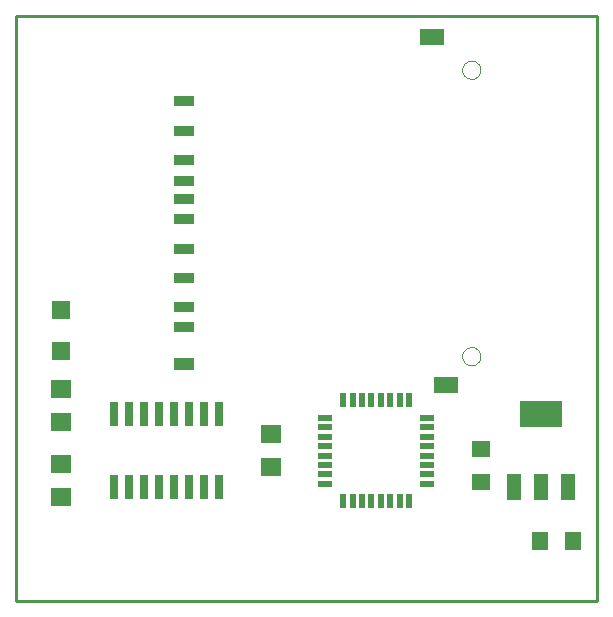
<source format=gtp>
G75*
%MOIN*%
%OFA0B0*%
%FSLAX24Y24*%
%IPPOS*%
%LPD*%
%AMOC8*
5,1,8,0,0,1.08239X$1,22.5*
%
%ADD10C,0.0100*%
%ADD11R,0.0480X0.0880*%
%ADD12R,0.1417X0.0866*%
%ADD13R,0.0260X0.0800*%
%ADD14R,0.0220X0.0500*%
%ADD15R,0.0500X0.0220*%
%ADD16R,0.0709X0.0354*%
%ADD17R,0.0787X0.0551*%
%ADD18R,0.0709X0.0433*%
%ADD19C,0.0000*%
%ADD20R,0.0551X0.0630*%
%ADD21R,0.0630X0.0551*%
%ADD22R,0.0709X0.0630*%
%ADD23R,0.0591X0.0591*%
D10*
X011333Y006500D02*
X011333Y025996D01*
X030703Y025996D01*
X030703Y006500D01*
X011333Y006500D01*
D11*
X027923Y010280D03*
X028833Y010280D03*
X029743Y010280D03*
D12*
X028833Y012720D03*
D13*
X018083Y012710D03*
X017583Y012710D03*
X017083Y012710D03*
X016583Y012710D03*
X016083Y012710D03*
X015583Y012710D03*
X015083Y012710D03*
X014583Y012710D03*
X014583Y010290D03*
X015083Y010290D03*
X015583Y010290D03*
X016083Y010290D03*
X016583Y010290D03*
X017083Y010290D03*
X017583Y010290D03*
X018083Y010290D03*
D14*
X022231Y009810D03*
X022546Y009810D03*
X022861Y009810D03*
X023176Y009810D03*
X023491Y009810D03*
X023806Y009810D03*
X024121Y009810D03*
X024436Y009810D03*
X024436Y013190D03*
X024121Y013190D03*
X023806Y013190D03*
X023491Y013190D03*
X023176Y013190D03*
X022861Y013190D03*
X022546Y013190D03*
X022231Y013190D03*
D15*
X021643Y012602D03*
X021643Y012287D03*
X021643Y011972D03*
X021643Y011657D03*
X021643Y011343D03*
X021643Y011028D03*
X021643Y010713D03*
X021643Y010398D03*
X025023Y010398D03*
X025023Y010713D03*
X025023Y011028D03*
X025023Y011343D03*
X025023Y011657D03*
X025023Y011972D03*
X025023Y012287D03*
X025023Y012602D03*
D16*
X016940Y015622D03*
X016940Y016291D03*
X016940Y017244D03*
X016940Y018228D03*
X016940Y019213D03*
X016940Y019902D03*
X016940Y020492D03*
X016940Y021181D03*
X016940Y022165D03*
X016940Y023150D03*
D17*
X025207Y025307D03*
X025660Y013693D03*
D18*
X016940Y014382D03*
D19*
X026202Y014650D02*
X026204Y014685D01*
X026210Y014719D01*
X026220Y014752D01*
X026233Y014785D01*
X026250Y014815D01*
X026271Y014843D01*
X026294Y014869D01*
X026321Y014892D01*
X026349Y014911D01*
X026380Y014927D01*
X026413Y014940D01*
X026446Y014949D01*
X026481Y014954D01*
X026516Y014955D01*
X026550Y014952D01*
X026585Y014945D01*
X026618Y014934D01*
X026649Y014920D01*
X026679Y014902D01*
X026707Y014881D01*
X026732Y014856D01*
X026754Y014829D01*
X026773Y014800D01*
X026788Y014769D01*
X026800Y014736D01*
X026808Y014702D01*
X026812Y014667D01*
X026812Y014633D01*
X026808Y014598D01*
X026800Y014564D01*
X026788Y014531D01*
X026773Y014500D01*
X026754Y014471D01*
X026732Y014444D01*
X026707Y014419D01*
X026679Y014398D01*
X026649Y014380D01*
X026618Y014366D01*
X026585Y014355D01*
X026550Y014348D01*
X026516Y014345D01*
X026481Y014346D01*
X026446Y014351D01*
X026413Y014360D01*
X026380Y014373D01*
X026349Y014389D01*
X026321Y014408D01*
X026294Y014431D01*
X026271Y014457D01*
X026250Y014485D01*
X026233Y014515D01*
X026220Y014548D01*
X026210Y014581D01*
X026204Y014615D01*
X026202Y014650D01*
X026202Y024201D02*
X026204Y024236D01*
X026210Y024270D01*
X026220Y024303D01*
X026233Y024336D01*
X026250Y024366D01*
X026271Y024394D01*
X026294Y024420D01*
X026321Y024443D01*
X026349Y024462D01*
X026380Y024478D01*
X026413Y024491D01*
X026446Y024500D01*
X026481Y024505D01*
X026516Y024506D01*
X026550Y024503D01*
X026585Y024496D01*
X026618Y024485D01*
X026649Y024471D01*
X026679Y024453D01*
X026707Y024432D01*
X026732Y024407D01*
X026754Y024380D01*
X026773Y024351D01*
X026788Y024320D01*
X026800Y024287D01*
X026808Y024253D01*
X026812Y024218D01*
X026812Y024184D01*
X026808Y024149D01*
X026800Y024115D01*
X026788Y024082D01*
X026773Y024051D01*
X026754Y024022D01*
X026732Y023995D01*
X026707Y023970D01*
X026679Y023949D01*
X026649Y023931D01*
X026618Y023917D01*
X026585Y023906D01*
X026550Y023899D01*
X026516Y023896D01*
X026481Y023897D01*
X026446Y023902D01*
X026413Y023911D01*
X026380Y023924D01*
X026349Y023940D01*
X026321Y023959D01*
X026294Y023982D01*
X026271Y024008D01*
X026250Y024036D01*
X026233Y024066D01*
X026220Y024099D01*
X026210Y024132D01*
X026204Y024166D01*
X026202Y024201D01*
D20*
X028782Y008500D03*
X029885Y008500D03*
D21*
X026833Y010449D03*
X026833Y011551D03*
D22*
X019833Y012051D03*
X019833Y010949D03*
X012833Y011051D03*
X012833Y009949D03*
X012833Y012449D03*
X012833Y013551D03*
D23*
X012833Y014811D03*
X012833Y016189D03*
M02*

</source>
